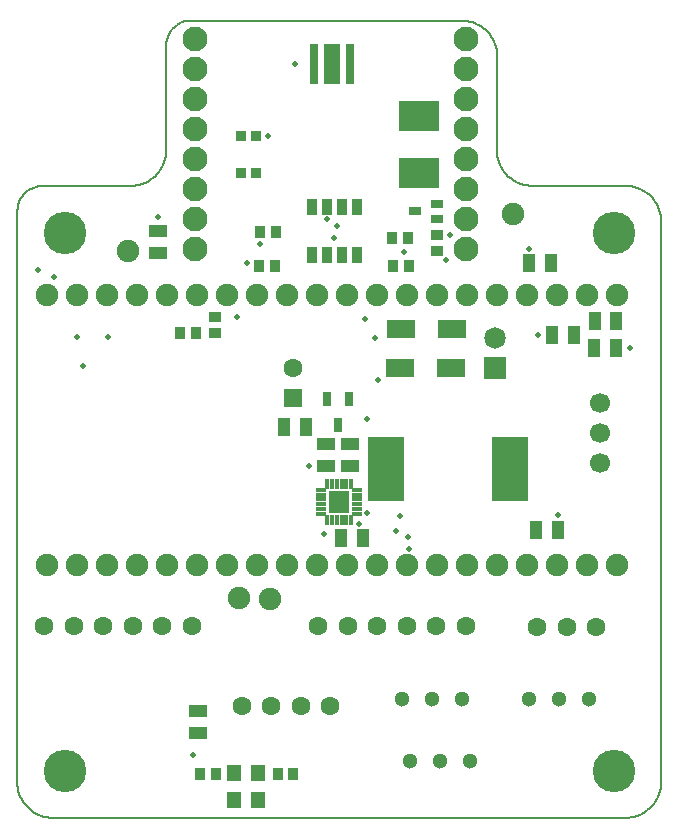
<source format=gts>
G04*
G04 #@! TF.GenerationSoftware,Altium Limited,Altium Designer,22.4.2 (48)*
G04*
G04 Layer_Color=8388736*
%FSLAX44Y44*%
%MOMM*%
G71*
G04*
G04 #@! TF.SameCoordinates,AE55E6FE-B37C-48CA-A5CC-AE0976963D19*
G04*
G04*
G04 #@! TF.FilePolarity,Negative*
G04*
G01*
G75*
%ADD19C,0.2032*%
%ADD37R,1.1000X1.5000*%
%ADD38R,3.1000X5.5000*%
%ADD39R,1.5000X1.1000*%
%ADD40R,0.8500X0.3000*%
%ADD41R,0.3000X0.8500*%
%ADD42R,1.6900X1.8500*%
%ADD43R,0.9000X0.9000*%
%ADD44R,0.9000X1.0500*%
%ADD45R,1.0500X0.9000*%
%ADD46R,3.5000X2.5000*%
%ADD47R,1.0000X0.8000*%
%ADD48R,0.8000X3.4000*%
%ADD49R,1.4000X3.4000*%
%ADD50R,0.8600X1.3700*%
%ADD51R,2.4500X1.6500*%
%ADD52R,1.2000X1.3500*%
%ADD53R,0.7000X1.1500*%
%ADD54C,3.6000*%
%ADD55C,1.7000*%
%ADD56C,1.6000*%
%ADD57C,1.9000*%
%ADD58C,2.1000*%
%ADD59C,1.3000*%
%ADD60R,1.6000X1.6000*%
%ADD61R,1.8250X1.8250*%
%ADD62C,1.8250*%
%ADD63C,0.5000*%
D19*
X406086Y565073D02*
X406189Y562589D01*
X406496Y560122D01*
X407006Y557689D01*
X407716Y555307D01*
X408619Y552991D01*
X409711Y550757D01*
X410984Y548622D01*
X412428Y546599D01*
X414035Y544702D01*
X415793Y542944D01*
X417690Y541337D01*
X419713Y539893D01*
X421848Y538620D01*
X424082Y537528D01*
X426398Y536625D01*
X428780Y535915D01*
X431213Y535405D01*
X433680Y535098D01*
X436164Y534995D01*
X406086Y644998D02*
X405983Y647476D01*
X405676Y649936D01*
X405167Y652363D01*
X404460Y654740D01*
X403558Y657050D01*
X402469Y659278D01*
X401200Y661408D01*
X399759Y663426D01*
X398156Y665319D01*
X396403Y667072D01*
X394510Y668675D01*
X392492Y670116D01*
X390362Y671385D01*
X388134Y672474D01*
X385824Y673376D01*
X383447Y674083D01*
X381020Y674592D01*
X378560Y674899D01*
X376082Y675001D01*
X514984Y1D02*
X517463Y103D01*
X519925Y410D01*
X522353Y919D01*
X524731Y1627D01*
X527043Y2529D01*
X529271Y3619D01*
X531403Y4889D01*
X533422Y6330D01*
X535315Y7934D01*
X537070Y9688D01*
X538673Y11581D01*
X540115Y13600D01*
X541385Y15732D01*
X542474Y17961D01*
X543376Y20272D01*
X544084Y22650D01*
X544593Y25078D01*
X544900Y27540D01*
X545003Y30019D01*
X545003Y504993D02*
X544900Y507470D01*
X544593Y509931D01*
X544085Y512358D01*
X543377Y514734D01*
X542476Y517044D01*
X541386Y519272D01*
X540117Y521402D01*
X538676Y523420D01*
X537074Y525313D01*
X535320Y527066D01*
X533428Y528669D01*
X531410Y530109D01*
X529280Y531379D01*
X527052Y532468D01*
X524742Y533369D01*
X522366Y534077D01*
X519939Y534586D01*
X517478Y534892D01*
X515000Y534995D01*
X147201Y675001D02*
X144643Y674847D01*
X142123Y674385D01*
X139678Y673623D01*
X137341Y672571D01*
X135149Y671246D01*
X133132Y669666D01*
X131321Y667855D01*
X129741Y665838D01*
X128415Y663645D01*
X127364Y661309D01*
X126602Y658863D01*
X126140Y656343D01*
X125985Y653786D01*
X95967Y534995D02*
X98446Y535097D01*
X100907Y535404D01*
X103336Y535913D01*
X105714Y536621D01*
X108025Y537523D01*
X110254Y538613D01*
X112385Y539883D01*
X114404Y541325D01*
X116298Y542928D01*
X118052Y544682D01*
X119655Y546576D01*
X121097Y548595D01*
X122367Y550726D01*
X123457Y552955D01*
X124359Y555266D01*
X125066Y557644D01*
X125576Y560072D01*
X125883Y562534D01*
X125985Y565013D01*
X2Y30039D02*
X105Y27558D01*
X412Y25094D01*
X922Y22665D01*
X1630Y20285D01*
X2532Y17973D01*
X3623Y15742D01*
X4894Y13609D01*
X6336Y11589D01*
X7941Y9694D01*
X9696Y7939D01*
X11591Y6334D01*
X13611Y4892D01*
X15744Y3621D01*
X17974Y2531D01*
X20287Y1628D01*
X22666Y920D01*
X25096Y410D01*
X27560Y103D01*
X30040Y1D01*
X21261Y534995D02*
X18699Y534840D01*
X16173Y534377D01*
X13723Y533613D01*
X11382Y532560D01*
X9185Y531232D01*
X7164Y529648D01*
X5349Y527833D01*
X3765Y525812D01*
X2437Y523615D01*
X1384Y521275D01*
X620Y518824D01*
X157Y516299D01*
X2Y513736D01*
X406086Y644997D02*
X406086Y565073D01*
X147201Y675001D02*
X376082D01*
X545003Y30019D02*
Y504992D01*
X436164Y534995D02*
X515000D01*
X125985Y565013D02*
X125985Y653786D01*
X21261Y534995D02*
X95967D01*
X30040Y1D02*
X514984D01*
X2Y30039D02*
Y513736D01*
D37*
X226173Y330682D02*
D03*
X244674D02*
D03*
X507206Y420307D02*
D03*
X488706D02*
D03*
X506839Y397548D02*
D03*
X488339D02*
D03*
X452549Y408744D02*
D03*
X471049D02*
D03*
X457402Y243418D02*
D03*
X438902D02*
D03*
X433539Y469520D02*
D03*
X452039D02*
D03*
X292714Y236510D02*
D03*
X274214D02*
D03*
D38*
X416858Y295567D02*
D03*
X311858D02*
D03*
D39*
X153084Y90229D02*
D03*
Y71729D02*
D03*
X281542Y316211D02*
D03*
Y297711D02*
D03*
X119398Y496908D02*
D03*
Y478408D02*
D03*
X261207Y316418D02*
D03*
Y297918D02*
D03*
D40*
X257500Y277500D02*
D03*
Y273500D02*
D03*
Y269500D02*
D03*
Y265500D02*
D03*
Y261500D02*
D03*
Y257500D02*
D03*
X287500D02*
D03*
Y261500D02*
D03*
Y265500D02*
D03*
Y269500D02*
D03*
Y273500D02*
D03*
Y277500D02*
D03*
D41*
X262500Y252500D02*
D03*
X266500D02*
D03*
X270500D02*
D03*
X274500D02*
D03*
X278500D02*
D03*
X282500D02*
D03*
Y282500D02*
D03*
X278500D02*
D03*
X274500D02*
D03*
X270500D02*
D03*
X266500D02*
D03*
X262500D02*
D03*
D42*
X272500Y267500D02*
D03*
D43*
X202219Y577180D02*
D03*
X189219D02*
D03*
Y546180D02*
D03*
X202219D02*
D03*
D44*
X151101Y410185D02*
D03*
X137601D02*
D03*
X317443Y490987D02*
D03*
X330943D02*
D03*
X218820Y496255D02*
D03*
X205320D02*
D03*
X318321Y467283D02*
D03*
X331821D02*
D03*
X218193Y467409D02*
D03*
X204693D02*
D03*
X168470Y36885D02*
D03*
X154970D02*
D03*
X220299Y37487D02*
D03*
X233799D02*
D03*
D45*
X167722Y424319D02*
D03*
Y410820D02*
D03*
X355437Y479908D02*
D03*
Y493408D02*
D03*
D46*
X340365Y593873D02*
D03*
Y545873D02*
D03*
D47*
X355398Y520035D02*
D03*
Y507035D02*
D03*
X336398Y513535D02*
D03*
D48*
X281246Y638187D02*
D03*
X251246D02*
D03*
D49*
X266246D02*
D03*
D50*
X287293Y517450D02*
D03*
X274593D02*
D03*
X261893D02*
D03*
X249193D02*
D03*
Y476450D02*
D03*
X261893D02*
D03*
X274593D02*
D03*
X287293D02*
D03*
D51*
X323905Y381018D02*
D03*
X366905D02*
D03*
X324827Y413869D02*
D03*
X367827D02*
D03*
D52*
X183470Y14787D02*
D03*
Y38287D02*
D03*
X203470Y14787D02*
D03*
Y38287D02*
D03*
D53*
X271348Y332714D02*
D03*
X261848Y354714D02*
D03*
X280848D02*
D03*
D54*
X505000Y40000D02*
D03*
X40000D02*
D03*
Y495003D02*
D03*
X505000Y495000D02*
D03*
D55*
X493617Y300642D02*
D03*
Y326042D02*
D03*
Y351442D02*
D03*
D56*
X254585Y162166D02*
D03*
X279585D02*
D03*
X304585D02*
D03*
X329585D02*
D03*
X354585D02*
D03*
X379585D02*
D03*
X189908Y94964D02*
D03*
X214908D02*
D03*
X239908D02*
D03*
X264908D02*
D03*
X22643Y162282D02*
D03*
X47643D02*
D03*
X72643D02*
D03*
X97643D02*
D03*
X122643D02*
D03*
X147643D02*
D03*
X233480Y381168D02*
D03*
X490056Y161640D02*
D03*
X465056D02*
D03*
X440056D02*
D03*
D57*
X507282Y214334D02*
D03*
X481882D02*
D03*
X456482D02*
D03*
X431082D02*
D03*
X405682D02*
D03*
X380282D02*
D03*
X354882D02*
D03*
X329482D02*
D03*
X304082D02*
D03*
X278682D02*
D03*
X253282D02*
D03*
X227882D02*
D03*
X202482D02*
D03*
X177082D02*
D03*
X151682D02*
D03*
X126282D02*
D03*
X100882D02*
D03*
X75482D02*
D03*
X50082D02*
D03*
X24682D02*
D03*
X507282Y442934D02*
D03*
X481882D02*
D03*
X456482D02*
D03*
X431082D02*
D03*
X405682D02*
D03*
X380282D02*
D03*
X354882D02*
D03*
X329482D02*
D03*
X304082D02*
D03*
X278682D02*
D03*
X253282D02*
D03*
X227882D02*
D03*
X202482D02*
D03*
X177082D02*
D03*
X151682D02*
D03*
X126282D02*
D03*
X100882D02*
D03*
X75482D02*
D03*
X50082D02*
D03*
X24682D02*
D03*
X419365Y510941D02*
D03*
X213494Y185565D02*
D03*
X187409Y185982D02*
D03*
X93882Y479897D02*
D03*
D58*
X150172Y481251D02*
D03*
Y506651D02*
D03*
Y532051D02*
D03*
Y557451D02*
D03*
Y582851D02*
D03*
Y608251D02*
D03*
Y633651D02*
D03*
Y659051D02*
D03*
X380172Y481251D02*
D03*
Y506651D02*
D03*
Y532051D02*
D03*
Y557451D02*
D03*
Y582851D02*
D03*
Y608251D02*
D03*
Y633651D02*
D03*
Y659051D02*
D03*
D59*
X483677Y100653D02*
D03*
X458277D02*
D03*
X432877D02*
D03*
X383019Y48288D02*
D03*
X357619D02*
D03*
X332219D02*
D03*
X376586Y100952D02*
D03*
X351185D02*
D03*
X325785D02*
D03*
D60*
X233480Y355768D02*
D03*
D61*
X404785Y381067D02*
D03*
D62*
Y406467D02*
D03*
D63*
X295868Y337928D02*
D03*
X324079Y255805D02*
D03*
X31240Y457572D02*
D03*
X17159Y463467D02*
D03*
X305579Y370904D02*
D03*
X320998Y243146D02*
D03*
X331707Y227764D02*
D03*
X330329Y237606D02*
D03*
X246713Y297918D02*
D03*
X148328Y53364D02*
D03*
X185576Y424319D02*
D03*
X294578Y422317D02*
D03*
X302439Y406446D02*
D03*
X457402Y256274D02*
D03*
X518680Y397548D02*
D03*
X440862Y408744D02*
D03*
X433539Y481949D02*
D03*
X363086Y472259D02*
D03*
X327440Y478696D02*
D03*
X234920Y638504D02*
D03*
X211814Y577180D02*
D03*
X261893Y507208D02*
D03*
X119398Y509050D02*
D03*
X205320Y485699D02*
D03*
X55489Y382588D02*
D03*
X270511Y500850D02*
D03*
X268117Y490522D02*
D03*
X77091Y407335D02*
D03*
X50354Y407417D02*
D03*
X259620Y240669D02*
D03*
X366192Y493591D02*
D03*
X194329Y469492D02*
D03*
X296197Y257730D02*
D03*
X289054Y248970D02*
D03*
M02*

</source>
